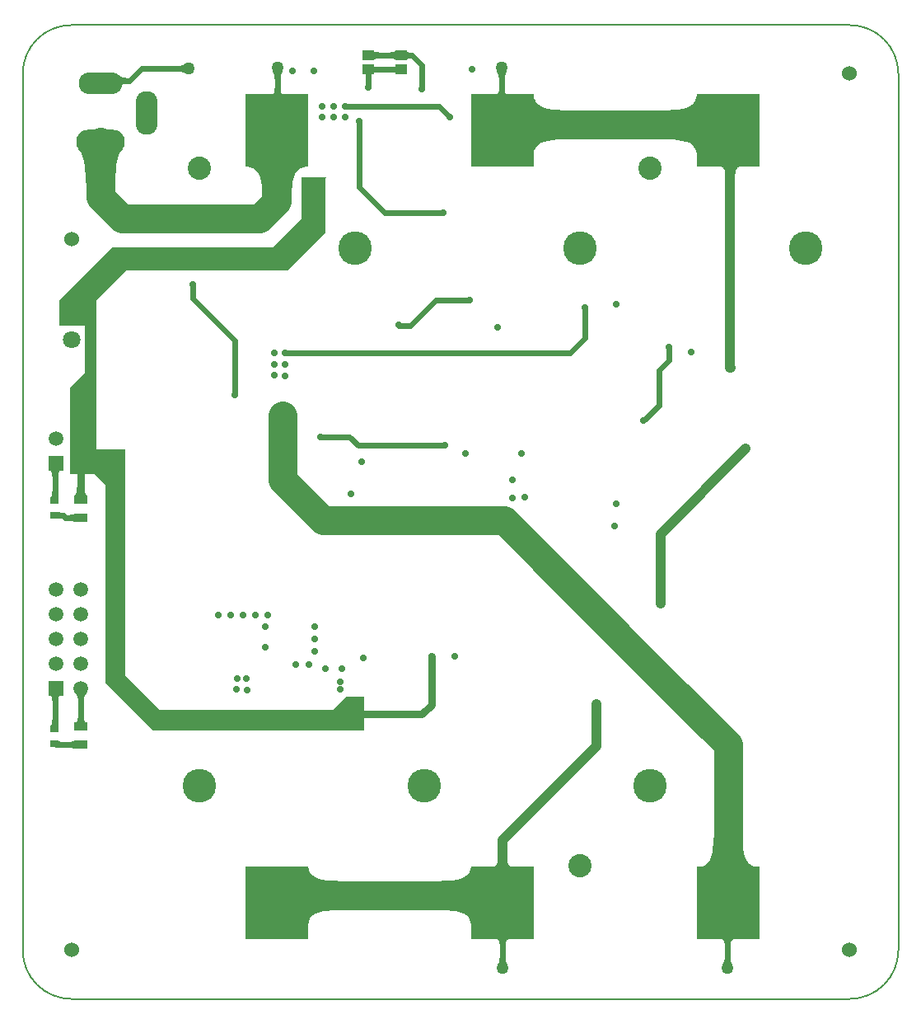
<source format=gbl>
G04*
G04 #@! TF.GenerationSoftware,Altium Limited,Altium Designer,21.1.1 (26)*
G04*
G04 Layer_Physical_Order=2*
G04 Layer_Color=16711680*
%FSLAX25Y25*%
%MOIN*%
G70*
G04*
G04 #@! TF.SameCoordinates,8D04B9CC-E963-441F-A638-D17954596142*
G04*
G04*
G04 #@! TF.FilePolarity,Positive*
G04*
G01*
G75*
%ADD16C,0.00591*%
%ADD18C,0.05000*%
%ADD25R,0.05315X0.03740*%
%ADD31R,0.03543X0.02559*%
%ADD62C,0.02756*%
%ADD63C,0.02362*%
%ADD64C,0.03150*%
%ADD66C,0.03937*%
%ADD68C,0.06000*%
%ADD69C,0.05906*%
%ADD70R,0.05906X0.05906*%
%ADD71O,0.08858X0.17717*%
%ADD72O,0.19685X0.09843*%
%ADD73O,0.17717X0.08858*%
%ADD74C,0.07087*%
%ADD75C,0.09409*%
%ADD76C,0.13583*%
%ADD77R,0.04528X0.04134*%
%ADD78R,0.25472X0.29370*%
%ADD79C,0.11811*%
G36*
X155325Y383367D02*
X155390Y383203D01*
X155498Y383058D01*
X155650Y382932D01*
X155846Y382826D01*
X156085Y382739D01*
X156367Y382672D01*
X156693Y382623D01*
X157062Y382594D01*
X157475Y382585D01*
Y380222D01*
X157062Y380215D01*
X156367Y380152D01*
X156085Y380097D01*
X155846Y380027D01*
X155650Y379941D01*
X155498Y379840D01*
X155390Y379722D01*
X155325Y379590D01*
X155303Y379441D01*
Y383551D01*
X155325Y383367D01*
D02*
G37*
G36*
X150799Y379441D02*
X150776Y379607D01*
X150705Y379756D01*
X150587Y379887D01*
X150422Y380000D01*
X150209Y380097D01*
X149949Y380175D01*
X149642Y380236D01*
X149288Y380280D01*
X148886Y380306D01*
X148437Y380315D01*
Y382677D01*
X148886Y382686D01*
X149642Y382756D01*
X149949Y382817D01*
X150209Y382896D01*
X150422Y382992D01*
X150587Y383105D01*
X150705Y383236D01*
X150776Y383385D01*
X150799Y383551D01*
Y379441D01*
D02*
G37*
G36*
X142138Y383385D02*
X142209Y383236D01*
X142327Y383105D01*
X142492Y382992D01*
X142704Y382896D01*
X142964Y382817D01*
X143272Y382756D01*
X143626Y382712D01*
X144027Y382686D01*
X144476Y382677D01*
Y380315D01*
X144027Y380306D01*
X143272Y380236D01*
X142964Y380175D01*
X142704Y380097D01*
X142492Y380000D01*
X142327Y379887D01*
X142209Y379756D01*
X142138Y379607D01*
X142114Y379441D01*
Y383551D01*
X142138Y383385D01*
D02*
G37*
G36*
X65805Y374096D02*
X65585Y374249D01*
X65346Y374386D01*
X65088Y374507D01*
X64811Y374612D01*
X64516Y374700D01*
X64202Y374773D01*
X63869Y374829D01*
X63517Y374869D01*
X62757Y374902D01*
Y377264D01*
X63147Y377272D01*
X63869Y377336D01*
X64202Y377393D01*
X64516Y377465D01*
X64811Y377554D01*
X65088Y377658D01*
X65346Y377779D01*
X65585Y377916D01*
X65805Y378069D01*
Y374096D01*
D02*
G37*
G36*
X195731Y374640D02*
X195594Y374401D01*
X195473Y374143D01*
X195369Y373867D01*
X195280Y373571D01*
X195208Y373257D01*
X195151Y372924D01*
X195111Y372572D01*
X195079Y371812D01*
X192717D01*
X192709Y372202D01*
X192644Y372924D01*
X192588Y373257D01*
X192515Y373571D01*
X192427Y373867D01*
X192322Y374143D01*
X192201Y374401D01*
X192064Y374640D01*
X191911Y374860D01*
X195884D01*
X195731Y374640D01*
D02*
G37*
G36*
X104983D02*
X104846Y374401D01*
X104725Y374143D01*
X104621Y373867D01*
X104532Y373571D01*
X104460Y373257D01*
X104403Y372924D01*
X104363Y372572D01*
X104331Y371812D01*
X101969D01*
X101961Y372202D01*
X101896Y372924D01*
X101840Y373257D01*
X101767Y373571D01*
X101679Y373867D01*
X101574Y374143D01*
X101453Y374401D01*
X101316Y374640D01*
X101163Y374860D01*
X105136D01*
X104983Y374640D01*
D02*
G37*
G36*
X38601Y373451D02*
X38764Y373252D01*
X38981Y373077D01*
X39251Y372924D01*
X39574Y372796D01*
X39950Y372690D01*
X40378Y372608D01*
X40860Y372550D01*
X41395Y372515D01*
X41982Y372503D01*
X42713Y370141D01*
X42157Y370129D01*
X41247Y370035D01*
X40893Y369952D01*
X40607Y369846D01*
X40388Y369716D01*
X40236Y369563D01*
X40153Y369387D01*
X40136Y369186D01*
X40187Y368962D01*
X38490Y373674D01*
X38601Y373451D01*
D02*
G37*
G36*
X195091Y367647D02*
X195126Y367244D01*
X195185Y366887D01*
X195268Y366579D01*
X195374Y366318D01*
X195504Y366104D01*
X195658Y365938D01*
X195835Y365819D01*
X196035Y365748D01*
X196260Y365724D01*
X191535D01*
X191760Y365748D01*
X191961Y365819D01*
X192138Y365938D01*
X192291Y366104D01*
X192421Y366318D01*
X192528Y366579D01*
X192610Y366887D01*
X192669Y367244D01*
X192705Y367647D01*
X192717Y368098D01*
X195079D01*
X195091Y367647D01*
D02*
G37*
G36*
X104342D02*
X104378Y367244D01*
X104437Y366887D01*
X104520Y366579D01*
X104626Y366318D01*
X104756Y366104D01*
X104909Y365938D01*
X105087Y365819D01*
X105287Y365748D01*
X105512Y365724D01*
X100787D01*
X101012Y365748D01*
X101213Y365819D01*
X101390Y365938D01*
X101543Y366104D01*
X101673Y366318D01*
X101779Y366579D01*
X101862Y366887D01*
X101921Y367244D01*
X101957Y367647D01*
X101969Y368098D01*
X104331D01*
X104342Y367647D01*
D02*
G37*
G36*
X272721Y341620D02*
X272603Y342742D01*
X272248Y343746D01*
X271657Y344632D01*
X270829Y345400D01*
X269765Y346049D01*
X268465Y346581D01*
X266928Y346994D01*
X265154Y347289D01*
X263144Y347466D01*
X260898Y347526D01*
Y359337D01*
X263144Y359396D01*
X265154Y359573D01*
X266928Y359868D01*
X268465Y360281D01*
X269765Y360813D01*
X270829Y361463D01*
X271657Y362230D01*
X272248Y363116D01*
X272603Y364120D01*
X272721Y365242D01*
Y341620D01*
D02*
G37*
G36*
X206974Y364120D02*
X207329Y363116D01*
X207920Y362230D01*
X208748Y361463D01*
X209812Y360813D01*
X211112Y360281D01*
X212649Y359868D01*
X214423Y359573D01*
X216433Y359396D01*
X218679Y359337D01*
Y347526D01*
X216433Y347466D01*
X214423Y347289D01*
X212649Y346994D01*
X211112Y346581D01*
X209812Y346049D01*
X208748Y345400D01*
X207920Y344632D01*
X207329Y343746D01*
X206974Y342742D01*
X206856Y341620D01*
Y365242D01*
X206974Y364120D01*
D02*
G37*
G36*
X289882Y336363D02*
X289547Y336244D01*
X289252Y336047D01*
X288996Y335770D01*
X288779Y335415D01*
X288602Y334980D01*
X288465Y334467D01*
X288366Y333875D01*
X288307Y333203D01*
X288287Y332453D01*
X284350D01*
X284331Y333203D01*
X284272Y333875D01*
X284173Y334467D01*
X284035Y334980D01*
X283858Y335415D01*
X283642Y335770D01*
X283386Y336047D01*
X283090Y336244D01*
X282756Y336363D01*
X282382Y336402D01*
X290256D01*
X289882Y336363D01*
D02*
G37*
G36*
X39831Y342793D02*
X39321Y341889D01*
X38871Y340851D01*
X38482Y339680D01*
X38151Y338374D01*
X37881Y336934D01*
X37672Y335360D01*
X37432Y331809D01*
X37402Y329833D01*
X25591D01*
X25561Y331809D01*
X25111Y336934D01*
X24841Y338374D01*
X24511Y339680D01*
X24121Y340851D01*
X23671Y341889D01*
X23161Y342793D01*
X22591Y343562D01*
X40401D01*
X39831Y342793D01*
D02*
G37*
G36*
X113543Y336284D02*
X112539Y335929D01*
X111653Y335338D01*
X110886Y334510D01*
X110236Y333446D01*
X109705Y332146D01*
X109291Y330609D01*
X108996Y328835D01*
X108819Y326825D01*
X108760Y324579D01*
X96949D01*
X96890Y326825D01*
X96713Y328835D01*
X96417Y330609D01*
X96004Y332146D01*
X95472Y333446D01*
X94823Y334510D01*
X94055Y335338D01*
X93169Y335929D01*
X92165Y336284D01*
X91043Y336402D01*
X114665D01*
X113543Y336284D01*
D02*
G37*
G36*
X15297Y213571D02*
X15097Y213500D01*
X14919Y213382D01*
X14766Y213217D01*
X14636Y213004D01*
X14529Y212744D01*
X14447Y212437D01*
X14388Y212083D01*
X14352Y211681D01*
X14341Y211232D01*
X11978D01*
X11966Y211681D01*
X11931Y212083D01*
X11872Y212437D01*
X11789Y212744D01*
X11683Y213004D01*
X11553Y213217D01*
X11400Y213382D01*
X11223Y213500D01*
X11022Y213571D01*
X10797Y213595D01*
X15522D01*
X15297Y213571D01*
D02*
G37*
G36*
X25108Y206181D02*
X25186Y205173D01*
X25254Y204764D01*
X25341Y204417D01*
X25448Y204134D01*
X25575Y203913D01*
X25721Y203756D01*
X25886Y203661D01*
X26071Y203630D01*
X20780D01*
X21002Y203661D01*
X21201Y203756D01*
X21376Y203913D01*
X21528Y204134D01*
X21656Y204417D01*
X21762Y204764D01*
X21844Y205173D01*
X21902Y205645D01*
X21937Y206181D01*
X21949Y206779D01*
X25098D01*
X25108Y206181D01*
D02*
G37*
G36*
X14457Y202744D02*
X10937D01*
X11135Y202767D01*
X11312Y202838D01*
X11468Y202957D01*
X11603Y203122D01*
X11718Y203334D01*
X11812Y203594D01*
X11885Y203901D01*
X11937Y204256D01*
X11968Y204657D01*
X11978Y205106D01*
X14341D01*
X14457Y202744D01*
D02*
G37*
G36*
X14475Y196803D02*
X14532Y196772D01*
X14626Y196744D01*
X14758Y196720D01*
X14927Y196700D01*
X15379Y196670D01*
X16339Y196653D01*
Y194291D01*
X14457Y194303D01*
Y196838D01*
X14475Y196803D01*
D02*
G37*
G36*
X20780Y192630D02*
X20756Y192759D01*
X20685Y192874D01*
X20567Y192975D01*
X20402Y193063D01*
X20189Y193138D01*
X19929Y193199D01*
X19622Y193246D01*
X19268Y193280D01*
X18417Y193307D01*
Y195669D01*
X18866Y195676D01*
X19622Y195730D01*
X19929Y195778D01*
X20189Y195838D01*
X20402Y195913D01*
X20567Y196001D01*
X20685Y196103D01*
X20756Y196218D01*
X20780Y196346D01*
Y192630D01*
D02*
G37*
G36*
X25946Y123847D02*
X25710Y123536D01*
X25313Y122940D01*
X25152Y122656D01*
X25015Y122382D01*
X24903Y122117D01*
X24816Y121861D01*
X24754Y121615D01*
X24717Y121378D01*
X24705Y121151D01*
X22343Y121237D01*
X22331Y121471D01*
X22298Y121714D01*
X22242Y121965D01*
X22164Y122224D01*
X22063Y122491D01*
X21940Y122766D01*
X21795Y123049D01*
X21437Y123639D01*
X21225Y123946D01*
X25946Y123847D01*
D02*
G37*
G36*
X15297Y122705D02*
X15096Y122634D01*
X14919Y122516D01*
X14766Y122351D01*
X14636Y122138D01*
X14529Y121878D01*
X14447Y121571D01*
X14388Y121217D01*
X14352Y120815D01*
X14341Y120366D01*
X11978D01*
X11966Y120815D01*
X11931Y121217D01*
X11872Y121571D01*
X11789Y121878D01*
X11683Y122138D01*
X11553Y122351D01*
X11400Y122516D01*
X11223Y122634D01*
X11022Y122705D01*
X10797Y122729D01*
X15522D01*
X15297Y122705D01*
D02*
G37*
G36*
X24716Y113811D02*
X24752Y113409D01*
X24811Y113055D01*
X24894Y112748D01*
X25000Y112488D01*
X25130Y112275D01*
X25284Y112110D01*
X25461Y111992D01*
X25661Y111921D01*
X25886Y111897D01*
X21161D01*
X21386Y111921D01*
X21587Y111992D01*
X21764Y112110D01*
X21917Y112275D01*
X22047Y112488D01*
X22154Y112748D01*
X22236Y113055D01*
X22295Y113409D01*
X22331Y113811D01*
X22343Y114260D01*
X24705D01*
X24716Y113811D01*
D02*
G37*
G36*
X14457Y110323D02*
X10937D01*
X11135Y110346D01*
X11312Y110417D01*
X11468Y110535D01*
X11603Y110701D01*
X11718Y110913D01*
X11812Y111173D01*
X11885Y111480D01*
X11937Y111835D01*
X11968Y112236D01*
X11978Y112685D01*
X14341D01*
X14457Y110323D01*
D02*
G37*
G36*
X122441Y331890D02*
Y309842D01*
X107087Y294488D01*
X41732D01*
X29921Y282677D01*
Y222047D01*
X41339Y222047D01*
X41339Y130709D01*
X55118Y116929D01*
X125591D01*
X130709Y122047D01*
X138189D01*
X138189Y108661D01*
X52756Y108661D01*
X33465Y127953D01*
Y207874D01*
X29134Y212205D01*
X19291D01*
X19291Y222047D01*
X19291D01*
Y247244D01*
X25197Y253150D01*
Y272047D01*
X14961Y272047D01*
Y282677D01*
X36220Y303937D01*
X101575D01*
X112992Y315354D01*
Y332283D01*
X122835D01*
X122441Y331890D01*
D02*
G37*
G36*
X14480Y104326D02*
X14551Y104244D01*
X14669Y104172D01*
X14834Y104110D01*
X15047Y104057D01*
X15307Y104014D01*
X15614Y103980D01*
X16370Y103942D01*
X16819Y103937D01*
Y101575D01*
X14457Y101882D01*
Y104417D01*
X14480Y104326D01*
D02*
G37*
G36*
X20780Y100898D02*
X20756Y101026D01*
X20685Y101142D01*
X20567Y101243D01*
X20402Y101331D01*
X20189Y101406D01*
X19929Y101467D01*
X19622Y101514D01*
X19268Y101548D01*
X18417Y101575D01*
Y103937D01*
X18866Y103944D01*
X19622Y103998D01*
X19929Y104045D01*
X20189Y104106D01*
X20402Y104181D01*
X20567Y104269D01*
X20685Y104370D01*
X20756Y104485D01*
X20780Y104614D01*
Y100898D01*
D02*
G37*
G36*
X291398Y62938D02*
X291575Y60929D01*
X291870Y59155D01*
X292284Y57618D01*
X292815Y56318D01*
X293465Y55253D01*
X294232Y54426D01*
X295118Y53835D01*
X296122Y53480D01*
X297244Y53362D01*
X273622D01*
X274744Y53480D01*
X275748Y53835D01*
X276634Y54426D01*
X277402Y55253D01*
X278051Y56318D01*
X278583Y57618D01*
X278996Y59155D01*
X279291Y60929D01*
X279468Y62938D01*
X279528Y65185D01*
X291339D01*
X291398Y62938D01*
D02*
G37*
G36*
X196132Y56560D02*
X196191Y55889D01*
X196289Y55297D01*
X196427Y54783D01*
X196604Y54349D01*
X196821Y53994D01*
X197077Y53717D01*
X197372Y53520D01*
X197707Y53401D01*
X198081Y53362D01*
X190207D01*
X190581Y53401D01*
X190915Y53520D01*
X191211Y53717D01*
X191466Y53994D01*
X191683Y54349D01*
X191860Y54783D01*
X191998Y55297D01*
X192096Y55889D01*
X192156Y56560D01*
X192175Y57311D01*
X196112D01*
X196132Y56560D01*
D02*
G37*
G36*
X195710Y41261D02*
X195704Y39203D01*
X195653Y38750D01*
X195577Y38413D01*
X195477Y38192D01*
X195352Y38088D01*
X195202Y38100D01*
X195028Y38229D01*
X193358Y36558D01*
X193486Y36384D01*
X193498Y36235D01*
X193394Y36110D01*
X193174Y36009D01*
X192837Y35933D01*
X192383Y35882D01*
X191814Y35856D01*
X190325Y35877D01*
X189407Y35924D01*
X195662Y42180D01*
X195710Y41261D01*
D02*
G37*
G36*
X181420Y30008D02*
X181301Y31130D01*
X180947Y32134D01*
X180357Y33020D01*
X179530Y33787D01*
X178467Y34437D01*
X177167Y34969D01*
X175632Y35382D01*
X173860Y35677D01*
X171853Y35854D01*
X169608Y35913D01*
Y47724D01*
X171853Y47781D01*
X173860Y47950D01*
X175632Y48233D01*
X177167Y48628D01*
X178467Y49137D01*
X179530Y49758D01*
X180357Y50493D01*
X180947Y51340D01*
X181301Y52300D01*
X181420Y53374D01*
Y30008D01*
D02*
G37*
G36*
X115697Y52300D02*
X116051Y51340D01*
X116641Y50493D01*
X117468Y49758D01*
X118531Y49137D01*
X119831Y48628D01*
X121366Y48233D01*
X123138Y47950D01*
X125145Y47781D01*
X127390Y47724D01*
Y35913D01*
X125145Y35854D01*
X123138Y35677D01*
X121366Y35382D01*
X119831Y34969D01*
X118531Y34437D01*
X117468Y33787D01*
X116641Y33020D01*
X116051Y32134D01*
X115697Y31130D01*
X115578Y30008D01*
Y53374D01*
X115697Y52300D01*
D02*
G37*
G36*
X287374Y24016D02*
X287173Y23945D01*
X286996Y23826D01*
X286842Y23660D01*
X286713Y23446D01*
X286606Y23185D01*
X286524Y22876D01*
X286465Y22520D01*
X286429Y22117D01*
X286417Y21666D01*
X284055D01*
X284043Y22117D01*
X284008Y22520D01*
X283949Y22876D01*
X283866Y23185D01*
X283760Y23446D01*
X283630Y23660D01*
X283476Y23826D01*
X283299Y23945D01*
X283098Y24016D01*
X282874Y24040D01*
X287598D01*
X287374Y24016D01*
D02*
G37*
G36*
X196331D02*
X196130Y23945D01*
X195953Y23826D01*
X195799Y23660D01*
X195669Y23446D01*
X195563Y23185D01*
X195480Y22876D01*
X195421Y22520D01*
X195386Y22117D01*
X195374Y21666D01*
X193012D01*
X193000Y22117D01*
X192965Y22520D01*
X192905Y22876D01*
X192823Y23185D01*
X192717Y23446D01*
X192587Y23660D01*
X192433Y23826D01*
X192256Y23945D01*
X192055Y24016D01*
X191831Y24040D01*
X196555D01*
X196331Y24016D01*
D02*
G37*
G36*
X286425Y16676D02*
X286490Y15954D01*
X286546Y15621D01*
X286619Y15307D01*
X286707Y15011D01*
X286812Y14735D01*
X286933Y14477D01*
X287070Y14238D01*
X287223Y14018D01*
X283250D01*
X283403Y14238D01*
X283540Y14477D01*
X283661Y14735D01*
X283765Y15011D01*
X283854Y15307D01*
X283926Y15621D01*
X283983Y15954D01*
X284023Y16306D01*
X284055Y17066D01*
X286417D01*
X286425Y16676D01*
D02*
G37*
G36*
X195382Y16578D02*
X195447Y15856D01*
X195503Y15522D01*
X195575Y15208D01*
X195664Y14913D01*
X195769Y14636D01*
X195889Y14379D01*
X196026Y14140D01*
X196179Y13919D01*
X192207D01*
X192359Y14140D01*
X192496Y14379D01*
X192617Y14636D01*
X192722Y14913D01*
X192810Y15208D01*
X192883Y15522D01*
X192939Y15856D01*
X192980Y16207D01*
X193012Y16967D01*
X195374D01*
X195382Y16578D01*
D02*
G37*
D16*
X354331Y374016D02*
G03*
X334646Y393701I-19685J0D01*
G01*
Y0D02*
G03*
X354331Y19685I0J19685D01*
G01*
X19685Y393701D02*
G03*
X0Y374016I0J-19685D01*
G01*
X0Y19685D02*
G03*
X19685Y0I19685J0D01*
G01*
X354331Y19685D02*
Y374016D01*
X19685Y0D02*
X334646D01*
X0Y19685D02*
Y374016D01*
X19685Y393701D02*
X334646D01*
D18*
X31693Y327165D02*
D03*
X103150Y376378D02*
D03*
X193898D02*
D03*
X194193Y12402D02*
D03*
X285236Y12500D02*
D03*
X67323Y376083D02*
D03*
D25*
X23425Y194488D02*
D03*
Y201772D02*
D03*
Y102756D02*
D03*
Y110039D02*
D03*
D31*
X12697Y109055D02*
D03*
Y103150D02*
D03*
Y195571D02*
D03*
Y201476D02*
D03*
D62*
X181890Y375984D02*
D03*
X117717Y375197D02*
D03*
X109055D02*
D03*
X136221Y354709D02*
D03*
X139764Y368504D02*
D03*
X172933Y356398D02*
D03*
X161417Y367717D02*
D03*
X68898Y288976D02*
D03*
X258071Y159941D02*
D03*
X128463Y125068D02*
D03*
Y128119D02*
D03*
X239469Y191043D02*
D03*
X240059Y200098D02*
D03*
X203248Y202756D02*
D03*
X198228Y202559D02*
D03*
X201969Y220571D02*
D03*
X198228Y209941D02*
D03*
X179134Y220571D02*
D03*
X165354Y138583D02*
D03*
X90453Y129528D02*
D03*
X90748Y125000D02*
D03*
X86614Y125098D02*
D03*
X86811Y129626D02*
D03*
X174705Y138476D02*
D03*
X137304Y217225D02*
D03*
X132776Y204233D02*
D03*
X120473Y321261D02*
D03*
X115847D02*
D03*
X115862Y325642D02*
D03*
X115847Y330217D02*
D03*
X227461Y279627D02*
D03*
X270473Y261418D02*
D03*
X192127Y271654D02*
D03*
X240060Y280906D02*
D03*
X232087Y119193D02*
D03*
X292618Y222441D02*
D03*
X286417Y255217D02*
D03*
X85827Y244094D02*
D03*
X251181Y233800D02*
D03*
X261614Y263484D02*
D03*
X152067Y272441D02*
D03*
X180905Y282579D02*
D03*
X170722Y223816D02*
D03*
X120571Y227264D02*
D03*
X170079Y317717D02*
D03*
X121260Y356398D02*
D03*
Y360827D02*
D03*
X125689Y356398D02*
D03*
X130413D02*
D03*
Y360827D02*
D03*
X125689D02*
D03*
X106299Y251969D02*
D03*
X101673Y252067D02*
D03*
Y256594D02*
D03*
X106201Y256496D02*
D03*
Y261122D02*
D03*
X101772Y261221D02*
D03*
X98130Y142224D02*
D03*
Y150492D02*
D03*
X99114Y155315D02*
D03*
X94144D02*
D03*
X89173D02*
D03*
X84203D02*
D03*
X79232D02*
D03*
X137992Y137894D02*
D03*
X134206Y111319D02*
D03*
X134153Y115059D02*
D03*
Y119291D02*
D03*
X121752Y114469D02*
D03*
X129134Y133465D02*
D03*
X122343D02*
D03*
X115748Y135335D02*
D03*
X110531D02*
D03*
X118110Y140650D02*
D03*
Y145571D02*
D03*
Y150492D02*
D03*
D63*
X136221Y328150D02*
Y354709D01*
Y328150D02*
X146653Y317717D01*
X168504Y360827D02*
X172933Y356398D01*
X130413Y360827D02*
X168504D01*
X130489Y356473D02*
Y356762D01*
X130413Y356398D02*
X130489Y356473D01*
X139813Y368553D02*
Y375773D01*
X139827Y375787D01*
X139764Y368504D02*
X139813Y368553D01*
X139827Y375787D02*
X153051D01*
X161417Y367717D02*
Y377461D01*
X157475Y381403D02*
X161417Y377461D01*
X48031Y376083D02*
X67323D01*
X43270Y371322D02*
X48031Y376083D01*
X68898Y283169D02*
X85827Y266240D01*
X68898Y283169D02*
Y288976D01*
X13061Y201476D02*
X13160Y201575D01*
Y216073D01*
X12697Y201476D02*
X13061D01*
X13160Y216073D02*
X13622Y216535D01*
X16339Y195472D02*
X17323Y194488D01*
X23425D01*
X12697Y195571D02*
X12795Y195472D01*
X16339D01*
X227461Y267224D02*
Y279626D01*
X221358Y261122D02*
X227461Y267224D01*
X106201Y261122D02*
X221358D01*
X13061Y109055D02*
X13160Y109153D01*
X12697Y109055D02*
X13061D01*
X13160Y109153D02*
Y125207D01*
X13622Y125669D01*
X12697Y103150D02*
X13189D01*
X13583Y102756D02*
X23425D01*
X13189Y103150D02*
X13583Y102756D01*
X23524Y125571D02*
X23622Y125669D01*
X23425Y110039D02*
X23524Y110138D01*
Y125571D01*
X189768Y41819D02*
X194193Y37394D01*
X85827Y244094D02*
Y266240D01*
X190268Y353681D02*
X193898Y357311D01*
Y376378D01*
X103150Y348721D02*
Y376378D01*
X102854Y348425D02*
X103150Y348721D01*
X31496Y370079D02*
X32739Y371322D01*
X43270D01*
X194193Y12402D02*
Y37394D01*
X285236Y12500D02*
Y38504D01*
X285433Y38701D01*
X257382Y240001D02*
Y254035D01*
X251181Y233800D02*
X257382Y240001D01*
Y254035D02*
X261614Y258268D01*
Y263484D01*
X152067Y272441D02*
X152264Y272244D01*
X156988D01*
X167323Y282579D01*
X180905D01*
X135728Y223819D02*
X170866D01*
X132283Y227264D02*
X135728Y223819D01*
X120571Y227264D02*
X132283D01*
X146653Y317717D02*
X170079D01*
X153051Y381496D02*
X153144Y381403D01*
X157475D01*
X139862Y381496D02*
X153051D01*
D64*
X165354Y118799D02*
Y138583D01*
X161614Y115059D02*
X165354Y118799D01*
X134153Y115059D02*
X161614D01*
X23425Y201772D02*
X23524Y201870D01*
Y216437D01*
X23622Y216535D01*
D66*
X258071Y159941D02*
Y187894D01*
X232087Y102264D02*
Y119193D01*
X194144Y64321D02*
X232087Y102264D01*
X194144Y38701D02*
Y64321D01*
X258071Y187894D02*
X292618Y222441D01*
X286319Y255315D02*
Y350177D01*
Y255315D02*
X286417Y255217D01*
X285433Y351063D02*
X286319Y350177D01*
D68*
X334646Y374016D02*
D03*
X19685Y19685D02*
D03*
Y307087D02*
D03*
X334646Y19685D02*
D03*
D69*
X13622Y165669D02*
D03*
Y135669D02*
D03*
Y155669D02*
D03*
Y145669D02*
D03*
X23622Y165669D02*
D03*
X23622Y155669D02*
D03*
Y125669D02*
D03*
Y145669D02*
D03*
X23622Y135669D02*
D03*
Y216535D02*
D03*
X13622Y226535D02*
D03*
X23622D02*
D03*
D70*
X13622Y125669D02*
D03*
X13622Y216535D02*
D03*
D71*
X50000Y358268D02*
D03*
D72*
X31496Y346457D02*
D03*
D73*
Y370079D02*
D03*
D74*
X19685Y266653D02*
D03*
Y276654D02*
D03*
D75*
X71358Y335906D02*
D03*
X253937D02*
D03*
X225640Y53858D02*
D03*
D76*
X71358Y86221D02*
D03*
X134350Y303543D02*
D03*
X253937Y86221D02*
D03*
X316929Y303543D02*
D03*
X225640D02*
D03*
X162648Y86221D02*
D03*
D77*
X139862Y375787D02*
D03*
X139862Y381496D02*
D03*
X153051Y375787D02*
D03*
X153051Y381496D02*
D03*
D78*
X102854Y38701D02*
D03*
Y351063D02*
D03*
X285433Y38701D02*
D03*
Y351063D02*
D03*
X194144D02*
D03*
Y38701D02*
D03*
D79*
X194811Y193405D02*
X257961Y130256D01*
X105118Y209941D02*
X121654Y193405D01*
X194811D01*
X105118Y209941D02*
Y235957D01*
X257961Y130256D02*
X257961D01*
X285433Y102783D01*
Y38201D02*
Y102783D01*
X190518Y353431D02*
X277518D01*
X31496Y324016D02*
X40059Y315453D01*
X95669D01*
X102854Y322638D01*
Y348425D01*
X31496Y324016D02*
Y346457D01*
X103268Y41819D02*
X189768D01*
X102768Y42319D02*
X103268Y41819D01*
X277518Y353431D02*
X277768Y353181D01*
X190268Y353681D02*
X190518Y353431D01*
M02*

</source>
